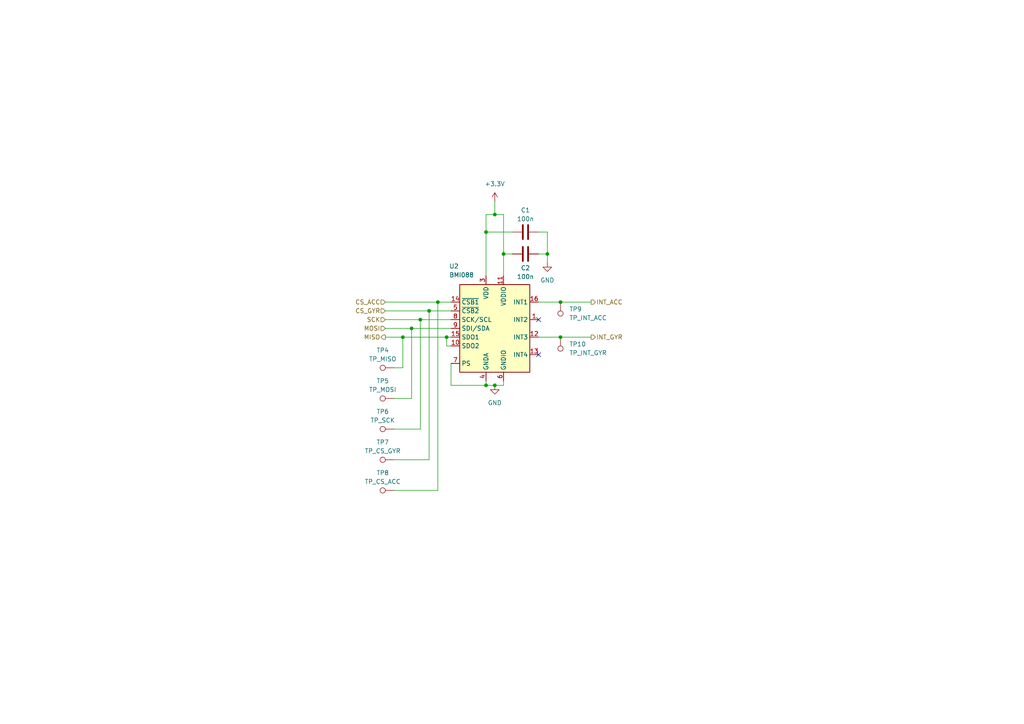
<source format=kicad_sch>
(kicad_sch (version 20250114) (generator "eeschema") (generator_version "9.0")
  (paper "A4")
  (title_block (title "Project Viikate - Avionics") (date "2026-01-30") (rev "1") (company "Aalto Space Association"))
  (lib_symbols
    (symbol "Connector:TestPoint" (pin_numbers (hide yes)) (pin_names (offset 0.762) (hide yes))
      (property "Reference" "TP" (at 0 6.858 0))
      (property "Value" "TestPoint" (at 0 5.08 0))
      (symbol "TestPoint_0_1"
        (circle (center 0 3.302) (radius 0.762))
      )
      (symbol "TestPoint_1_1"
        (pin passive line (at 0 0 90) (length 2.54) (name "1") (number "1"))
      )
    )
    (symbol "Device:C" (pin_numbers (hide yes)) (pin_names (offset 0.254))
      (property "Reference" "C" (at 0.635 2.54 0))
      (property "Value" "C" (at 0.635 -2.54 0))
      (symbol "C_0_1"
        (polyline (pts (xy -2.032 0.762) (xy 2.032 0.762)) (stroke (width 0.508)))
        (polyline (pts (xy -2.032 -0.762) (xy 2.032 -0.762)) (stroke (width 0.508)))
      )
      (symbol "C_1_1"
        (pin passive line (at 0 3.81 270) (length 2.794) (name "~") (number "1"))
        (pin passive line (at 0 -3.81 90) (length 2.794) (name "~") (number "2"))
      )
    )
    (symbol "Sensor_Motion:BMI088"
      (property "Reference" "U" (at -8.89 13.97 0))
      (property "Value" "BMI088" (at 8.89 13.97 0))
      (symbol "BMI088_1_1"
        (rectangle (start -10.16 12.7) (end 10.16 -12.7) (stroke (width 0.254)) (fill (type background)))
        (pin input line (at -12.7 7.62 0) (length 2.54) (name "~{CSB1}") (number "14"))
        (pin input line (at -12.7 5.08 0) (length 2.54) (name "~{CSB2}") (number "5"))
        (pin input line (at -12.7 2.54 0) (length 2.54) (name "SCK/SCL") (number "8"))
        (pin bidirectional line (at -12.7 0 0) (length 2.54) (name "SDI/SDA") (number "9"))
        (pin output line (at -12.7 -2.54 0) (length 2.54) (name "SDO1") (number "15"))
        (pin output line (at -12.7 -5.08 0) (length 2.54) (name "SDO2") (number "10"))
        (pin input line (at -12.7 -10.16 0) (length 2.54) (name "PS") (number "7"))
        (pin power_in line (at -2.54 15.24 270) (length 2.54) (name "VDD") (number "3"))
        (pin passive line (at -2.54 -15.24 90) (length 2.54) (hide yes) (name "GNDA") (number "2"))
        (pin power_in line (at -2.54 -15.24 90) (length 2.54) (name "GNDA") (number "4"))
        (pin power_in line (at 2.54 15.24 270) (length 2.54) (name "VDDIO") (number "11"))
        (pin power_in line (at 2.54 -15.24 90) (length 2.54) (name "GNDIO") (number "6"))
        (pin bidirectional line (at 12.7 7.62 180) (length 2.54) (name "INT1") (number "16"))
        (pin bidirectional line (at 12.7 2.54 180) (length 2.54) (name "INT2") (number "1"))
        (pin bidirectional line (at 12.7 -2.54 180) (length 2.54) (name "INT3") (number "12"))
        (pin bidirectional line (at 12.7 -7.62 180) (length 2.54) (name "INT4") (number "13"))
      )
    )
    (symbol "power:+3.3V" (power) (pin_numbers (hide yes)) (pin_names (offset 0) (hide yes))
      (property "Value" "+3.3V" (at 0 3.556 0))
      (symbol "+3.3V_0_1"
        (polyline (pts (xy -0.762 1.27) (xy 0 2.54)))
        (polyline (pts (xy 0 2.54) (xy 0.762 1.27)))
        (polyline (pts (xy 0 0) (xy 0 2.54)))
      )
      (symbol "+3.3V_1_1"
        (pin power_in line (at 0 0 90) (length 0) (name "~") (number "1"))
      )
    )
    (symbol "power:GND" (power) (pin_numbers (hide yes)) (pin_names (offset 0) (hide yes))
      (property "Value" "GND" (at 0 -3.81 0))
      (symbol "GND_0_1"
        (polyline (pts (xy 0 0) (xy 0 -1.27) (xy 1.27 -1.27) (xy 0 -2.54) (xy -1.27 -1.27) (xy 0 -1.27)))
      )
      (symbol "GND_1_1"
        (pin power_in line (at 0 0 270) (length 0) (name "~") (number "1"))
      )
    )
  )
  (junction (at 162.56 97.79))
  (junction (at 162.56 87.63))
  (junction (at 124.46 90.17))
  (junction (at 129.54 97.79))
  (junction (at 146.05 73.66))
  (junction (at 143.51 62.23))
  (junction (at 116.84 97.79))
  (junction (at 121.92 92.71))
  (junction (at 119.38 95.25))
  (junction (at 158.75 73.66))
  (junction (at 143.51 111.76))
  (junction (at 140.97 67.31))
  (junction (at 140.97 111.76))
  (junction (at 127 87.63))
  (no_connect (at 156.21 92.71))
  (no_connect (at 156.21 102.87))
  (wire (pts (xy 143.51 58.42) (xy 143.51 62.23)))
  (wire (pts (xy 129.54 97.79) (xy 129.54 100.33)))
  (wire (pts (xy 111.76 90.17) (xy 124.46 90.17)))
  (wire (pts (xy 124.46 90.17) (xy 124.46 133.35)))
  (wire (pts (xy 111.76 97.79) (xy 116.84 97.79)))
  (wire (pts (xy 146.05 62.23) (xy 143.51 62.23)))
  (wire (pts (xy 158.75 73.66) (xy 156.21 73.66)))
  (wire (pts (xy 111.76 95.25) (xy 119.38 95.25)))
  (wire (pts (xy 111.76 92.71) (xy 121.92 92.71)))
  (wire (pts (xy 146.05 111.76) (xy 146.05 110.49)))
  (wire (pts (xy 146.05 73.66) (xy 146.05 62.23)))
  (wire (pts (xy 121.92 92.71) (xy 121.92 124.46)))
  (wire (pts (xy 116.84 106.68) (xy 114.3 106.68)))
  (wire (pts (xy 119.38 115.57) (xy 114.3 115.57)))
  (wire (pts (xy 162.56 97.79) (xy 171.45 97.79)))
  (wire (pts (xy 119.38 95.25) (xy 130.81 95.25)))
  (wire (pts (xy 162.56 87.63) (xy 171.45 87.63)))
  (wire (pts (xy 146.05 80.01) (xy 146.05 73.66)))
  (wire (pts (xy 130.81 111.76) (xy 140.97 111.76)))
  (wire (pts (xy 156.21 67.31) (xy 158.75 67.31)))
  (wire (pts (xy 140.97 111.76) (xy 143.51 111.76)))
  (wire (pts (xy 140.97 67.31) (xy 140.97 80.01)))
  (wire (pts (xy 119.38 95.25) (xy 119.38 115.57)))
  (wire (pts (xy 146.05 73.66) (xy 148.59 73.66)))
  (wire (pts (xy 129.54 100.33) (xy 130.81 100.33)))
  (wire (pts (xy 130.81 105.41) (xy 130.81 111.76)))
  (wire (pts (xy 127 87.63) (xy 130.81 87.63)))
  (wire (pts (xy 156.21 97.79) (xy 162.56 97.79)))
  (wire (pts (xy 158.75 67.31) (xy 158.75 73.66)))
  (wire (pts (xy 140.97 110.49) (xy 140.97 111.76)))
  (wire (pts (xy 121.92 124.46) (xy 114.3 124.46)))
  (wire (pts (xy 124.46 90.17) (xy 130.81 90.17)))
  (wire (pts (xy 124.46 133.35) (xy 114.3 133.35)))
  (wire (pts (xy 143.51 62.23) (xy 140.97 62.23)))
  (wire (pts (xy 140.97 67.31) (xy 148.59 67.31)))
  (wire (pts (xy 116.84 97.79) (xy 116.84 106.68)))
  (wire (pts (xy 130.81 97.79) (xy 129.54 97.79)))
  (wire (pts (xy 127 87.63) (xy 127 142.24)))
  (wire (pts (xy 158.75 73.66) (xy 158.75 76.2)))
  (wire (pts (xy 111.76 87.63) (xy 127 87.63)))
  (wire (pts (xy 121.92 92.71) (xy 130.81 92.71)))
  (wire (pts (xy 143.51 111.76) (xy 146.05 111.76)))
  (wire (pts (xy 127 142.24) (xy 114.3 142.24)))
  (wire (pts (xy 116.84 97.79) (xy 129.54 97.79)))
  (wire (pts (xy 156.21 87.63) (xy 162.56 87.63)))
  (wire (pts (xy 140.97 62.23) (xy 140.97 67.31)))
  (hierarchical_label "CS_GYR" (shape input) (at 111.76 90.17 180))
  (hierarchical_label "SCK" (shape input) (at 111.76 92.71 180))
  (hierarchical_label "CS_ACC" (shape input) (at 111.76 87.63 180))
  (hierarchical_label "INT_ACC" (shape output) (at 171.45 87.63 0))
  (hierarchical_label "MOSI" (shape input) (at 111.76 95.25 180))
  (hierarchical_label "INT_GYR" (shape output) (at 171.45 97.79 0))
  (hierarchical_label "MISO" (shape output) (at 111.76 97.79 180))
  (symbol (lib_id "Connector:TestPoint") (at 114.3 115.57 90) (unit 1)
    (property "Reference" "TP5" (at 110.998 110.49 90))
    (property "Value" "TP_MOSI" (at 110.998 113.03 90))
    (property "Footprint" "TestPoint:TestPoint_Pad_D1.5mm" (effects (hide yes)))
    (property "Description" "test point" (effects (hide yes)))
  )
  (symbol (lib_id "power:+3.3V") (at 143.51 58.42 0) (unit 1)
    (property "Reference" "#PWR08" (effects (hide yes)))
    (property "Value" "+3.3V" (at 143.51 53.34 0))
    (property "Description" "Power symbol creates a global label with name \"+3.3V\"" (effects (hide yes)))
  )
  (symbol (lib_id "Connector:TestPoint") (at 114.3 142.24 90) (unit 1)
    (property "Reference" "TP8" (at 110.998 137.16 90))
    (property "Value" "TP_CS_ACC" (at 110.998 139.7 90))
    (property "Footprint" "TestPoint:TestPoint_Pad_D1.5mm" (effects (hide yes)))
    (property "Description" "test point" (effects (hide yes)))
  )
  (symbol (lib_id "power:GND") (at 143.51 111.76 0) (unit 1)
    (property "Reference" "#PWR09" (effects (hide yes)))
    (property "Value" "GND" (at 143.51 116.84 0))
    (property "Description" "Power symbol creates a global label with name \"GND\" , ground" (effects (hide yes)))
  )
  (symbol (lib_id "Connector:TestPoint") (at 162.56 87.63 180) (unit 1)
    (property "Reference" "TP9" (at 165.1 89.6619 0) (effects (justify right)))
    (property "Value" "TP_INT_ACC" (at 165.1 92.2019 0) (effects (justify right)))
    (property "Footprint" "TestPoint:TestPoint_Pad_D1.5mm" (effects (hide yes)))
    (property "Description" "test point" (effects (hide yes)))
  )
  (symbol (lib_id "Connector:TestPoint") (at 114.3 106.68 90) (unit 1)
    (property "Reference" "TP4" (at 110.998 101.6 90))
    (property "Value" "TP_MISO" (at 110.998 104.14 90))
    (property "Footprint" "TestPoint:TestPoint_Pad_D1.5mm" (effects (hide yes)))
    (property "Description" "test point" (effects (hide yes)))
  )
  (symbol (lib_id "Device:C") (at 152.4 73.66 90) (unit 1)
    (property "Reference" "C2" (at 152.4 77.724 90))
    (property "Value" "100n" (at 152.4 80.264 90))
    (property "Footprint" "Capacitor_SMD:C_0805_2012Metric_Pad1.18x1.45mm_HandSolder" (effects (hide yes)))
    (property "Description" "Unpolarized capacitor" (effects (hide yes)))
  )
  (symbol (lib_id "Device:C") (at 152.4 67.31 90) (unit 1)
    (property "Reference" "C1" (at 152.4 60.96 90))
    (property "Value" "100n" (at 152.4 63.5 90))
    (property "Footprint" "Capacitor_SMD:C_0805_2012Metric_Pad1.18x1.45mm_HandSolder" (effects (hide yes)))
    (property "Description" "Unpolarized capacitor" (effects (hide yes)))
  )
  (symbol (lib_id "Connector:TestPoint") (at 162.56 97.79 180) (unit 1)
    (property "Reference" "TP10" (at 165.1 99.8219 0) (effects (justify right)))
    (property "Value" "TP_INT_GYR" (at 165.1 102.3619 0) (effects (justify right)))
    (property "Footprint" "TestPoint:TestPoint_Pad_D1.5mm" (effects (hide yes)))
    (property "Description" "test point" (effects (hide yes)))
  )
  (symbol (lib_id "Connector:TestPoint") (at 114.3 124.46 90) (unit 1)
    (property "Reference" "TP6" (at 110.998 119.38 90))
    (property "Value" "TP_SCK" (at 110.998 121.92 90))
    (property "Footprint" "TestPoint:TestPoint_Pad_D1.5mm" (effects (hide yes)))
    (property "Description" "test point" (effects (hide yes)))
  )
  (symbol (lib_id "power:GND") (at 158.75 76.2 0) (unit 1)
    (property "Reference" "#PWR010" (effects (hide yes)))
    (property "Value" "GND" (at 158.75 81.28 0))
    (property "Description" "Power symbol creates a global label with name \"GND\" , ground" (effects (hide yes)))
  )
  (symbol (lib_id "Sensor_Motion:BMI088") (at 143.51 95.25 0) (unit 1)
    (property "Reference" "U2" (at 130.302 77.216 0) (effects (justify left)))
    (property "Value" "BMI088" (at 130.302 79.756 0) (effects (justify left)))
    (property "Footprint" "Package_LGA:Bosch_LGA-16_4.5x3mm_P0.5mm_LayoutBorder7x1y_ClockwisePinNumbering" (effects (hide yes)))
    (property "Datasheet" "https://www.bosch-sensortec.com/media/boschsensortec/downloads/datasheets/bst-bmi088-ds001.pdf" (effects (hide yes)))
    (property "Description" "Accelerometer, Gyroscope, 6-Axis Sensor, I2C / SPI interface, LGA-16" (effects (hide yes)))
  )
  (symbol (lib_id "Connector:TestPoint") (at 114.3 133.35 90) (unit 1)
    (property "Reference" "TP7" (at 110.998 128.27 90))
    (property "Value" "TP_CS_GYR" (at 110.998 130.81 90))
    (property "Footprint" "TestPoint:TestPoint_Pad_D1.5mm" (effects (hide yes)))
    (property "Description" "test point" (effects (hide yes)))
  )
)
</source>
